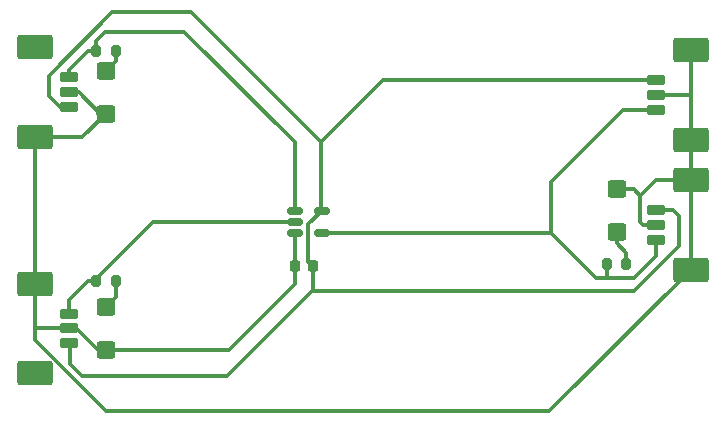
<source format=gbr>
%TF.GenerationSoftware,KiCad,Pcbnew,7.0.8*%
%TF.CreationDate,2024-03-12T17:39:57-04:00*%
%TF.ProjectId,ANDgate,414e4467-6174-4652-9e6b-696361645f70,rev?*%
%TF.SameCoordinates,Original*%
%TF.FileFunction,Copper,L1,Top*%
%TF.FilePolarity,Positive*%
%FSLAX46Y46*%
G04 Gerber Fmt 4.6, Leading zero omitted, Abs format (unit mm)*
G04 Created by KiCad (PCBNEW 7.0.8) date 2024-03-12 17:39:57*
%MOMM*%
%LPD*%
G01*
G04 APERTURE LIST*
G04 Aperture macros list*
%AMRoundRect*
0 Rectangle with rounded corners*
0 $1 Rounding radius*
0 $2 $3 $4 $5 $6 $7 $8 $9 X,Y pos of 4 corners*
0 Add a 4 corners polygon primitive as box body*
4,1,4,$2,$3,$4,$5,$6,$7,$8,$9,$2,$3,0*
0 Add four circle primitives for the rounded corners*
1,1,$1+$1,$2,$3*
1,1,$1+$1,$4,$5*
1,1,$1+$1,$6,$7*
1,1,$1+$1,$8,$9*
0 Add four rect primitives between the rounded corners*
20,1,$1+$1,$2,$3,$4,$5,0*
20,1,$1+$1,$4,$5,$6,$7,0*
20,1,$1+$1,$6,$7,$8,$9,0*
20,1,$1+$1,$8,$9,$2,$3,0*%
G04 Aperture macros list end*
%TA.AperFunction,SMDPad,CuDef*%
%ADD10RoundRect,0.200000X-0.600000X0.200000X-0.600000X-0.200000X0.600000X-0.200000X0.600000X0.200000X0*%
%TD*%
%TA.AperFunction,SMDPad,CuDef*%
%ADD11RoundRect,0.250001X-1.249999X0.799999X-1.249999X-0.799999X1.249999X-0.799999X1.249999X0.799999X0*%
%TD*%
%TA.AperFunction,SMDPad,CuDef*%
%ADD12RoundRect,0.300000X0.500000X-0.450000X0.500000X0.450000X-0.500000X0.450000X-0.500000X-0.450000X0*%
%TD*%
%TA.AperFunction,SMDPad,CuDef*%
%ADD13RoundRect,0.200000X0.600000X-0.200000X0.600000X0.200000X-0.600000X0.200000X-0.600000X-0.200000X0*%
%TD*%
%TA.AperFunction,SMDPad,CuDef*%
%ADD14RoundRect,0.250001X1.249999X-0.799999X1.249999X0.799999X-1.249999X0.799999X-1.249999X-0.799999X0*%
%TD*%
%TA.AperFunction,SMDPad,CuDef*%
%ADD15RoundRect,0.300000X-0.500000X0.450000X-0.500000X-0.450000X0.500000X-0.450000X0.500000X0.450000X0*%
%TD*%
%TA.AperFunction,SMDPad,CuDef*%
%ADD16RoundRect,0.150000X-0.512500X-0.150000X0.512500X-0.150000X0.512500X0.150000X-0.512500X0.150000X0*%
%TD*%
%TA.AperFunction,SMDPad,CuDef*%
%ADD17RoundRect,0.200000X-0.200000X-0.275000X0.200000X-0.275000X0.200000X0.275000X-0.200000X0.275000X0*%
%TD*%
%TA.AperFunction,SMDPad,CuDef*%
%ADD18RoundRect,0.225000X0.225000X0.250000X-0.225000X0.250000X-0.225000X-0.250000X0.225000X-0.250000X0*%
%TD*%
%TA.AperFunction,Conductor*%
%ADD19C,0.300000*%
%TD*%
G04 APERTURE END LIST*
D10*
%TO.P,J1,1,Pin_1*%
%TO.N,/A*%
X123150000Y-93750000D03*
%TO.P,J1,2,Pin_2*%
%TO.N,GND*%
X123150000Y-95000000D03*
%TO.P,J1,3,Pin_3*%
%TO.N,+5V*%
X123150000Y-96250000D03*
D11*
%TO.P,J1,MP*%
%TO.N,GND*%
X120250000Y-98800000D03*
%TO.N,N/C*%
X120250000Y-91200000D03*
%TD*%
D12*
%TO.P,D2,1,K*%
%TO.N,GND*%
X126250000Y-116800000D03*
%TO.P,D2,2,A*%
%TO.N,Net-(D2-Pad2)*%
X126250000Y-113200000D03*
%TD*%
D13*
%TO.P,J4,1,Pin_1*%
%TO.N,/Y*%
X172850000Y-96500000D03*
%TO.P,J4,2,Pin_2*%
%TO.N,GND*%
X172850000Y-95250000D03*
%TO.P,J4,3,Pin_3*%
%TO.N,+5V*%
X172850000Y-94000000D03*
D14*
%TO.P,J4,MP*%
%TO.N,GND*%
X175750000Y-91450000D03*
X175750000Y-99050000D03*
%TD*%
D15*
%TO.P,D3,1,K*%
%TO.N,GND*%
X169500000Y-103200000D03*
%TO.P,D3,2,A*%
%TO.N,Net-(D3-Pad2)*%
X169500000Y-106800000D03*
%TD*%
D16*
%TO.P,U1,1*%
%TO.N,/A*%
X142240000Y-105034000D03*
%TO.P,U1,2*%
%TO.N,/B*%
X142240000Y-105984000D03*
%TO.P,U1,3,GND*%
%TO.N,GND*%
X142240000Y-106934000D03*
%TO.P,U1,4*%
%TO.N,/Y*%
X144515000Y-106934000D03*
%TO.P,U1,5,VCC*%
%TO.N,+5V*%
X144515000Y-105034000D03*
%TD*%
D12*
%TO.P,D1,1,K*%
%TO.N,GND*%
X126250000Y-96800000D03*
%TO.P,D1,2,A*%
%TO.N,Net-(D1-Pad2)*%
X126250000Y-93200000D03*
%TD*%
D17*
%TO.P,R3,1*%
%TO.N,/Y*%
X168675000Y-109500000D03*
%TO.P,R3,2*%
%TO.N,Net-(D3-Pad2)*%
X170325000Y-109500000D03*
%TD*%
%TO.P,R1,1*%
%TO.N,/A*%
X125425000Y-91500000D03*
%TO.P,R1,2*%
%TO.N,Net-(D1-Pad2)*%
X127075000Y-91500000D03*
%TD*%
D18*
%TO.P,C1,1*%
%TO.N,+5V*%
X143775000Y-109750000D03*
%TO.P,C1,2*%
%TO.N,GND*%
X142225000Y-109750000D03*
%TD*%
D13*
%TO.P,J3,1,Pin_1*%
%TO.N,/Y*%
X172850000Y-107500000D03*
%TO.P,J3,2,Pin_2*%
%TO.N,GND*%
X172850000Y-106250000D03*
%TO.P,J3,3,Pin_3*%
%TO.N,+5V*%
X172850000Y-105000000D03*
D14*
%TO.P,J3,MP*%
%TO.N,GND*%
X175750000Y-102450000D03*
X175750000Y-110050000D03*
%TD*%
D10*
%TO.P,J2,1,Pin_1*%
%TO.N,/B*%
X123150000Y-113750000D03*
%TO.P,J2,2,Pin_2*%
%TO.N,GND*%
X123150000Y-115000000D03*
%TO.P,J2,3,Pin_3*%
%TO.N,+5V*%
X123150000Y-116250000D03*
D11*
%TO.P,J2,MP*%
%TO.N,GND*%
X120250000Y-111200000D03*
X120250000Y-118800000D03*
%TD*%
D17*
%TO.P,R2,1*%
%TO.N,/B*%
X125425000Y-111000000D03*
%TO.P,R2,2*%
%TO.N,Net-(D2-Pad2)*%
X127075000Y-111000000D03*
%TD*%
D19*
%TO.N,GND*%
X120250000Y-115969468D02*
X126280532Y-122000000D01*
X124250000Y-98800000D02*
X126250000Y-96800000D01*
X126250000Y-96800000D02*
X125550000Y-96800000D01*
X123150000Y-115000000D02*
X123750000Y-115000000D01*
X171750000Y-106250000D02*
X171500000Y-106000000D01*
X123150000Y-95000000D02*
X123950070Y-95000000D01*
X123150000Y-115000000D02*
X120250000Y-115000000D01*
X171500000Y-103750000D02*
X172800000Y-102450000D01*
X175750000Y-99050000D02*
X175750000Y-102450000D01*
X170950000Y-103200000D02*
X169500000Y-103200000D01*
X175750000Y-102450000D02*
X175750000Y-110050000D01*
X123750000Y-115000000D02*
X125550000Y-116800000D01*
X136700000Y-116800000D02*
X142250000Y-111250000D01*
X120250000Y-115000000D02*
X120250000Y-115969468D01*
X120250000Y-98800000D02*
X124250000Y-98800000D01*
X172850000Y-95250000D02*
X175750000Y-95250000D01*
X142250000Y-111250000D02*
X142250000Y-106944000D01*
X126250000Y-116800000D02*
X136700000Y-116800000D01*
X172850000Y-106250000D02*
X171750000Y-106250000D01*
X171500000Y-106000000D02*
X171500000Y-103750000D01*
X123950070Y-95000000D02*
X125750070Y-96800000D01*
X163800000Y-122000000D02*
X175750000Y-110050000D01*
X125750070Y-96800000D02*
X126250000Y-96800000D01*
X125550000Y-116800000D02*
X126250000Y-116800000D01*
X120250000Y-98800000D02*
X120250000Y-111200000D01*
X171500000Y-103750000D02*
X170950000Y-103200000D01*
X175750000Y-91450000D02*
X175750000Y-99050000D01*
X142250000Y-106944000D02*
X142240000Y-106934000D01*
X172800000Y-102450000D02*
X175750000Y-102450000D01*
X126280532Y-122000000D02*
X163800000Y-122000000D01*
X120250000Y-111200000D02*
X120250000Y-115000000D01*
%TO.N,Net-(D1-Pad2)*%
X127075000Y-92375000D02*
X126250000Y-93200000D01*
X127075000Y-91500000D02*
X127075000Y-92375000D01*
%TO.N,Net-(D2-Pad2)*%
X127075000Y-111000000D02*
X127075000Y-112375000D01*
X127075000Y-112375000D02*
X126250000Y-113200000D01*
%TO.N,Net-(D3-Pad2)*%
X169500000Y-106800000D02*
X169500000Y-107800000D01*
X170325000Y-108625000D02*
X170325000Y-109500000D01*
X169500000Y-107800000D02*
X170325000Y-108625000D01*
%TO.N,/A*%
X142240000Y-99240000D02*
X142240000Y-105034000D01*
X126200000Y-89900000D02*
X132900000Y-89900000D01*
X123150000Y-93750000D02*
X123150000Y-93100000D01*
X124750000Y-91500000D02*
X125425000Y-91500000D01*
X125425000Y-91500000D02*
X125425000Y-90675000D01*
X125425000Y-90675000D02*
X126200000Y-89900000D01*
X132900000Y-89900000D02*
X142240000Y-99240000D01*
X123150000Y-93100000D02*
X124750000Y-91500000D01*
%TO.N,/B*%
X123150000Y-112600000D02*
X124750000Y-111000000D01*
X125425000Y-111000000D02*
X125425000Y-110825000D01*
X130266000Y-105984000D02*
X142240000Y-105984000D01*
X125425000Y-110825000D02*
X130266000Y-105984000D01*
X124750000Y-111000000D02*
X125425000Y-111000000D01*
X123150000Y-113750000D02*
X123150000Y-112600000D01*
%TO.N,/Y*%
X171000000Y-110750000D02*
X172850000Y-108900000D01*
X163934000Y-106934000D02*
X163934000Y-102566000D01*
X168750000Y-110750000D02*
X171000000Y-110750000D01*
X163934000Y-102566000D02*
X170000000Y-96500000D01*
X163934000Y-106934000D02*
X164000000Y-107000000D01*
X168675000Y-109500000D02*
X168675000Y-110675000D01*
X172850000Y-108900000D02*
X172850000Y-107500000D01*
X170000000Y-96500000D02*
X172850000Y-96500000D01*
X167750000Y-110750000D02*
X168750000Y-110750000D01*
X144515000Y-106934000D02*
X163934000Y-106934000D01*
X168675000Y-110675000D02*
X168750000Y-110750000D01*
X164000000Y-107000000D02*
X167750000Y-110750000D01*
%TO.N,+5V*%
X121400000Y-95300000D02*
X121400000Y-93600000D01*
X143400000Y-106149000D02*
X143400000Y-109375000D01*
X144500000Y-99200000D02*
X144500000Y-105019000D01*
X173500000Y-105000000D02*
X172250000Y-105000000D01*
X136500000Y-119000000D02*
X143700000Y-111800000D01*
X172850000Y-105000000D02*
X174250000Y-105000000D01*
X143775000Y-111725000D02*
X143775000Y-109750000D01*
X144515000Y-105034000D02*
X143400000Y-106149000D01*
X123250000Y-118000000D02*
X124250000Y-119000000D01*
X123150000Y-96250000D02*
X122350000Y-96250000D01*
X123250000Y-116350000D02*
X123250000Y-118000000D01*
X123150000Y-116250000D02*
X123250000Y-116350000D01*
X149700000Y-94000000D02*
X144500000Y-99200000D01*
X143700000Y-111800000D02*
X143775000Y-111725000D01*
X174750000Y-108000000D02*
X170950000Y-111800000D01*
X174250000Y-105000000D02*
X174750000Y-105500000D01*
X124250000Y-119000000D02*
X136500000Y-119000000D01*
X126800000Y-88200000D02*
X133500000Y-88200000D01*
X121400000Y-93600000D02*
X126800000Y-88200000D01*
X144500000Y-105019000D02*
X144515000Y-105034000D01*
X174750000Y-105500000D02*
X174750000Y-108000000D01*
X143775000Y-109750000D02*
X143400000Y-109375000D01*
X172850000Y-94000000D02*
X149700000Y-94000000D01*
X133500000Y-88200000D02*
X144500000Y-99200000D01*
X122350000Y-96250000D02*
X121400000Y-95300000D01*
X170950000Y-111800000D02*
X143700000Y-111800000D01*
%TD*%
M02*

</source>
